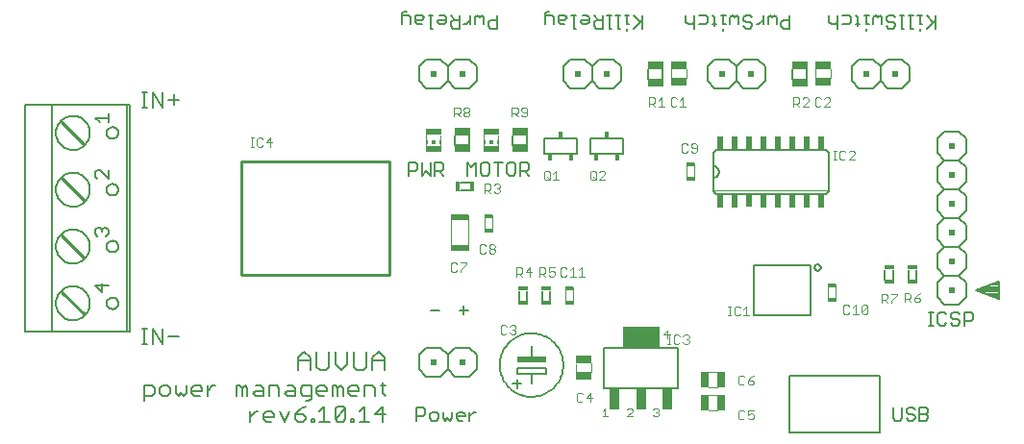
<source format=gto>
G75*
%MOIN*%
%OFA0B0*%
%FSLAX24Y24*%
%IPPOS*%
%LPD*%
%AMOC8*
5,1,8,0,0,1.08239X$1,22.5*
%
%ADD10C,0.0070*%
%ADD11C,0.0060*%
%ADD12C,0.0050*%
%ADD13C,0.0080*%
%ADD14C,0.0040*%
%ADD15C,0.0020*%
%ADD16R,0.0200X0.0450*%
%ADD17R,0.0200X0.0200*%
%ADD18R,0.0551X0.0256*%
%ADD19R,0.0571X0.0295*%
%ADD20R,0.0180X0.0230*%
%ADD21R,0.1260X0.0730*%
%ADD22R,0.0340X0.0730*%
%ADD23R,0.1000X0.0200*%
%ADD24R,0.0295X0.0571*%
%ADD25C,0.0100*%
%ADD26R,0.0630X0.0197*%
%ADD27R,0.0160X0.0340*%
%ADD28R,0.0315X0.0138*%
%ADD29R,0.0340X0.0160*%
%ADD30R,0.0059X0.0118*%
%ADD31R,0.0118X0.0118*%
%ADD32R,0.0531X0.0236*%
D10*
X009912Y002915D02*
X009912Y003335D01*
X010122Y003546D01*
X010333Y003335D01*
X010333Y002915D01*
X010557Y003020D02*
X010662Y002915D01*
X010872Y002915D01*
X010977Y003020D01*
X010977Y003546D01*
X011201Y003546D02*
X011201Y003125D01*
X011412Y002915D01*
X011622Y003125D01*
X011622Y003546D01*
X011846Y003546D02*
X011846Y003020D01*
X011951Y002915D01*
X012161Y002915D01*
X012266Y003020D01*
X012266Y003546D01*
X012490Y003335D02*
X012701Y003546D01*
X012911Y003335D01*
X012911Y002915D01*
X012911Y003230D02*
X012490Y003230D01*
X012490Y003335D02*
X012490Y002915D01*
X010557Y003020D02*
X010557Y003546D01*
X010333Y003230D02*
X009912Y003230D01*
D11*
X004567Y002370D02*
X004567Y001830D01*
X004567Y002010D02*
X004837Y002010D01*
X004927Y002100D01*
X004927Y002280D01*
X004837Y002370D01*
X004567Y002370D01*
X005119Y002280D02*
X005119Y002100D01*
X005209Y002010D01*
X005389Y002010D01*
X005479Y002100D01*
X005479Y002280D01*
X005389Y002370D01*
X005209Y002370D01*
X005119Y002280D01*
X005672Y002370D02*
X005672Y002100D01*
X005762Y002010D01*
X005852Y002100D01*
X005942Y002010D01*
X006032Y002100D01*
X006032Y002370D01*
X006224Y002280D02*
X006314Y002370D01*
X006494Y002370D01*
X006584Y002280D01*
X006584Y002190D01*
X006224Y002190D01*
X006224Y002100D02*
X006224Y002280D01*
X006224Y002100D02*
X006314Y002010D01*
X006494Y002010D01*
X006777Y002010D02*
X006777Y002370D01*
X006777Y002190D02*
X006957Y002370D01*
X007047Y002370D01*
X007789Y002370D02*
X007789Y002010D01*
X007970Y002010D02*
X007970Y002280D01*
X008060Y002370D01*
X008150Y002280D01*
X008150Y002010D01*
X008342Y002100D02*
X008432Y002190D01*
X008702Y002190D01*
X008702Y002280D02*
X008702Y002010D01*
X008432Y002010D01*
X008342Y002100D01*
X008612Y002370D02*
X008702Y002280D01*
X008612Y002370D02*
X008432Y002370D01*
X008894Y002370D02*
X009165Y002370D01*
X009255Y002280D01*
X009255Y002010D01*
X009447Y002100D02*
X009537Y002190D01*
X009807Y002190D01*
X009807Y002280D02*
X009807Y002010D01*
X009537Y002010D01*
X009447Y002100D01*
X009717Y002370D02*
X009807Y002280D01*
X009717Y002370D02*
X009537Y002370D01*
X009999Y002280D02*
X009999Y002100D01*
X010089Y002010D01*
X010360Y002010D01*
X010360Y001920D02*
X010360Y002370D01*
X010089Y002370D01*
X009999Y002280D01*
X010179Y001830D02*
X010270Y001830D01*
X010360Y001920D01*
X010552Y002100D02*
X010552Y002280D01*
X010642Y002370D01*
X010822Y002370D01*
X010912Y002280D01*
X010912Y002190D01*
X010552Y002190D01*
X010552Y002100D02*
X010642Y002010D01*
X010822Y002010D01*
X011104Y002010D02*
X011104Y002370D01*
X011194Y002370D01*
X011284Y002280D01*
X011374Y002370D01*
X011465Y002280D01*
X011465Y002010D01*
X011284Y002010D02*
X011284Y002280D01*
X011657Y002280D02*
X011657Y002100D01*
X011747Y002010D01*
X011927Y002010D01*
X012017Y002190D02*
X011657Y002190D01*
X011657Y002280D02*
X011747Y002370D01*
X011927Y002370D01*
X012017Y002280D01*
X012017Y002190D01*
X012209Y002010D02*
X012209Y002370D01*
X012479Y002370D01*
X012570Y002280D01*
X012570Y002010D01*
X012852Y002100D02*
X012942Y002010D01*
X012852Y002100D02*
X012852Y002460D01*
X012762Y002370D02*
X012942Y002370D01*
X014100Y002930D02*
X014100Y003430D01*
X014350Y003680D01*
X014850Y003680D01*
X015100Y003430D01*
X015350Y003680D01*
X015850Y003680D01*
X016100Y003430D01*
X016100Y002930D01*
X015850Y002680D01*
X015350Y002680D01*
X015100Y002930D01*
X014850Y002680D01*
X014350Y002680D01*
X014100Y002930D01*
X015100Y002930D02*
X015100Y003430D01*
X017500Y002980D02*
X017500Y002780D01*
X018000Y002780D01*
X018500Y002780D01*
X018500Y002980D01*
X017500Y002980D01*
X016900Y003080D02*
X016902Y003146D01*
X016908Y003211D01*
X016918Y003276D01*
X016931Y003341D01*
X016949Y003404D01*
X016970Y003467D01*
X016995Y003527D01*
X017024Y003587D01*
X017056Y003644D01*
X017091Y003700D01*
X017130Y003753D01*
X017172Y003804D01*
X017216Y003852D01*
X017264Y003897D01*
X017314Y003940D01*
X017367Y003979D01*
X017422Y004016D01*
X017479Y004049D01*
X017538Y004078D01*
X017598Y004104D01*
X017660Y004126D01*
X017723Y004145D01*
X017787Y004159D01*
X017852Y004170D01*
X017918Y004177D01*
X017984Y004180D01*
X018049Y004179D01*
X018115Y004174D01*
X018180Y004165D01*
X018245Y004152D01*
X018308Y004136D01*
X018371Y004116D01*
X018432Y004091D01*
X018492Y004064D01*
X018550Y004033D01*
X018606Y003998D01*
X018660Y003960D01*
X018711Y003919D01*
X018760Y003875D01*
X018806Y003828D01*
X018850Y003779D01*
X018890Y003727D01*
X018927Y003672D01*
X018961Y003616D01*
X018991Y003557D01*
X019018Y003497D01*
X019041Y003436D01*
X019060Y003373D01*
X019076Y003309D01*
X019088Y003244D01*
X019096Y003179D01*
X019100Y003113D01*
X019100Y003047D01*
X019096Y002981D01*
X019088Y002916D01*
X019076Y002851D01*
X019060Y002787D01*
X019041Y002724D01*
X019018Y002663D01*
X018991Y002603D01*
X018961Y002544D01*
X018927Y002488D01*
X018890Y002433D01*
X018850Y002381D01*
X018806Y002332D01*
X018760Y002285D01*
X018711Y002241D01*
X018660Y002200D01*
X018606Y002162D01*
X018550Y002127D01*
X018492Y002096D01*
X018432Y002069D01*
X018371Y002044D01*
X018308Y002024D01*
X018245Y002008D01*
X018180Y001995D01*
X018115Y001986D01*
X018049Y001981D01*
X017984Y001980D01*
X017918Y001983D01*
X017852Y001990D01*
X017787Y002001D01*
X017723Y002015D01*
X017660Y002034D01*
X017598Y002056D01*
X017538Y002082D01*
X017479Y002111D01*
X017422Y002144D01*
X017367Y002181D01*
X017314Y002220D01*
X017264Y002263D01*
X017216Y002308D01*
X017172Y002356D01*
X017130Y002407D01*
X017091Y002460D01*
X017056Y002516D01*
X017024Y002573D01*
X016995Y002633D01*
X016970Y002693D01*
X016949Y002756D01*
X016931Y002819D01*
X016918Y002884D01*
X016908Y002949D01*
X016902Y003014D01*
X016900Y003080D01*
X017500Y002580D02*
X017500Y002430D01*
X017350Y002430D01*
X017500Y002430D02*
X017650Y002430D01*
X017500Y002430D02*
X017500Y002280D01*
X018000Y002430D02*
X018000Y002780D01*
X018000Y003330D02*
X018000Y003730D01*
X017840Y005310D02*
X017840Y005650D01*
X017560Y005650D02*
X017560Y005310D01*
X018360Y005310D02*
X018360Y005650D01*
X018640Y005650D02*
X018640Y005310D01*
X012848Y001650D02*
X012578Y001380D01*
X012938Y001380D01*
X012848Y001110D02*
X012848Y001650D01*
X012205Y001650D02*
X012205Y001110D01*
X012025Y001110D02*
X012385Y001110D01*
X011839Y001110D02*
X011839Y001200D01*
X011749Y001200D01*
X011749Y001110D01*
X011839Y001110D01*
X011557Y001200D02*
X011467Y001110D01*
X011286Y001110D01*
X011196Y001200D01*
X011557Y001560D01*
X011557Y001200D01*
X011196Y001200D02*
X011196Y001560D01*
X011286Y001650D01*
X011467Y001650D01*
X011557Y001560D01*
X012025Y001470D02*
X012205Y001650D01*
X011004Y001110D02*
X010644Y001110D01*
X010824Y001110D02*
X010824Y001650D01*
X010644Y001470D01*
X010458Y001200D02*
X010368Y001200D01*
X010368Y001110D01*
X010458Y001110D01*
X010458Y001200D01*
X010175Y001200D02*
X010085Y001110D01*
X009905Y001110D01*
X009815Y001200D01*
X009815Y001380D01*
X010085Y001380D01*
X010175Y001290D01*
X010175Y001200D01*
X009995Y001560D02*
X009815Y001380D01*
X009623Y001470D02*
X009443Y001110D01*
X009263Y001470D01*
X009071Y001380D02*
X009071Y001290D01*
X008710Y001290D01*
X008710Y001200D02*
X008710Y001380D01*
X008800Y001470D01*
X008980Y001470D01*
X009071Y001380D01*
X008800Y001110D02*
X008710Y001200D01*
X008800Y001110D02*
X008980Y001110D01*
X008520Y001470D02*
X008430Y001470D01*
X008250Y001290D01*
X008250Y001110D02*
X008250Y001470D01*
X008894Y002010D02*
X008894Y002370D01*
X007970Y002280D02*
X007880Y002370D01*
X007789Y002370D01*
X009995Y001560D02*
X010175Y001650D01*
X005774Y004080D02*
X005414Y004080D01*
X005222Y003810D02*
X005222Y004350D01*
X004862Y004350D02*
X005222Y003810D01*
X004862Y003810D02*
X004862Y004350D01*
X004674Y004350D02*
X004493Y004350D01*
X004583Y004350D02*
X004583Y003810D01*
X004493Y003810D02*
X004674Y003810D01*
X004070Y004243D02*
X004070Y012113D01*
X003990Y012113D01*
X003990Y004243D01*
X001390Y004243D01*
X000450Y004243D01*
X000450Y012113D01*
X001390Y012113D01*
X003990Y012113D01*
X004493Y012010D02*
X004674Y012010D01*
X004583Y012010D02*
X004583Y012550D01*
X004493Y012550D02*
X004674Y012550D01*
X004862Y012550D02*
X005222Y012010D01*
X005222Y012550D01*
X005414Y012280D02*
X005774Y012280D01*
X005594Y012460D02*
X005594Y012100D01*
X004862Y012010D02*
X004862Y012550D01*
X003270Y011133D02*
X003272Y011161D01*
X003278Y011188D01*
X003287Y011214D01*
X003300Y011239D01*
X003317Y011262D01*
X003336Y011282D01*
X003358Y011299D01*
X003382Y011313D01*
X003408Y011323D01*
X003435Y011330D01*
X003463Y011333D01*
X003491Y011332D01*
X003518Y011327D01*
X003545Y011318D01*
X003570Y011306D01*
X003593Y011291D01*
X003614Y011272D01*
X003632Y011251D01*
X003647Y011227D01*
X003658Y011201D01*
X003666Y011175D01*
X003670Y011147D01*
X003670Y011119D01*
X003666Y011091D01*
X003658Y011065D01*
X003647Y011039D01*
X003632Y011015D01*
X003614Y010994D01*
X003593Y010975D01*
X003570Y010960D01*
X003545Y010948D01*
X003518Y010939D01*
X003491Y010934D01*
X003463Y010933D01*
X003435Y010936D01*
X003408Y010943D01*
X003382Y010953D01*
X003358Y010967D01*
X003336Y010984D01*
X003317Y011004D01*
X003300Y011027D01*
X003287Y011052D01*
X003278Y011078D01*
X003272Y011105D01*
X003270Y011133D01*
X001510Y011133D02*
X001512Y011181D01*
X001518Y011229D01*
X001528Y011276D01*
X001541Y011322D01*
X001558Y011367D01*
X001579Y011410D01*
X001604Y011452D01*
X001631Y011491D01*
X001662Y011528D01*
X001696Y011563D01*
X001732Y011594D01*
X001771Y011623D01*
X001812Y011648D01*
X001855Y011670D01*
X001899Y011688D01*
X001945Y011702D01*
X001992Y011713D01*
X002040Y011720D01*
X002088Y011723D01*
X002136Y011722D01*
X002184Y011717D01*
X002231Y011708D01*
X002278Y011696D01*
X002323Y011679D01*
X002367Y011659D01*
X002409Y011636D01*
X002449Y011609D01*
X002486Y011579D01*
X002521Y011546D01*
X002554Y011510D01*
X002583Y011472D01*
X002609Y011431D01*
X002632Y011389D01*
X002651Y011345D01*
X002666Y011299D01*
X002678Y011253D01*
X002686Y011205D01*
X002690Y011157D01*
X002690Y011109D01*
X002686Y011061D01*
X002678Y011013D01*
X002666Y010967D01*
X002651Y010921D01*
X002632Y010877D01*
X002609Y010835D01*
X002583Y010794D01*
X002554Y010756D01*
X002521Y010720D01*
X002486Y010687D01*
X002449Y010657D01*
X002409Y010630D01*
X002367Y010607D01*
X002323Y010587D01*
X002278Y010570D01*
X002231Y010558D01*
X002184Y010549D01*
X002136Y010544D01*
X002088Y010543D01*
X002040Y010546D01*
X001992Y010553D01*
X001945Y010564D01*
X001899Y010578D01*
X001855Y010596D01*
X001812Y010618D01*
X001771Y010643D01*
X001732Y010672D01*
X001696Y010703D01*
X001662Y010738D01*
X001631Y010775D01*
X001604Y010814D01*
X001579Y010856D01*
X001558Y010899D01*
X001541Y010944D01*
X001528Y010990D01*
X001518Y011037D01*
X001512Y011085D01*
X001510Y011133D01*
X001390Y011483D02*
X001390Y010783D01*
X001390Y009513D01*
X001390Y008813D01*
X001390Y007543D01*
X001390Y006843D01*
X001390Y005573D01*
X001390Y004873D01*
X001390Y004243D01*
X001510Y005223D02*
X001512Y005271D01*
X001518Y005319D01*
X001528Y005366D01*
X001541Y005412D01*
X001558Y005457D01*
X001579Y005500D01*
X001604Y005542D01*
X001631Y005581D01*
X001662Y005618D01*
X001696Y005653D01*
X001732Y005684D01*
X001771Y005713D01*
X001812Y005738D01*
X001855Y005760D01*
X001899Y005778D01*
X001945Y005792D01*
X001992Y005803D01*
X002040Y005810D01*
X002088Y005813D01*
X002136Y005812D01*
X002184Y005807D01*
X002231Y005798D01*
X002278Y005786D01*
X002323Y005769D01*
X002367Y005749D01*
X002409Y005726D01*
X002449Y005699D01*
X002486Y005669D01*
X002521Y005636D01*
X002554Y005600D01*
X002583Y005562D01*
X002609Y005521D01*
X002632Y005479D01*
X002651Y005435D01*
X002666Y005389D01*
X002678Y005343D01*
X002686Y005295D01*
X002690Y005247D01*
X002690Y005199D01*
X002686Y005151D01*
X002678Y005103D01*
X002666Y005057D01*
X002651Y005011D01*
X002632Y004967D01*
X002609Y004925D01*
X002583Y004884D01*
X002554Y004846D01*
X002521Y004810D01*
X002486Y004777D01*
X002449Y004747D01*
X002409Y004720D01*
X002367Y004697D01*
X002323Y004677D01*
X002278Y004660D01*
X002231Y004648D01*
X002184Y004639D01*
X002136Y004634D01*
X002088Y004633D01*
X002040Y004636D01*
X001992Y004643D01*
X001945Y004654D01*
X001899Y004668D01*
X001855Y004686D01*
X001812Y004708D01*
X001771Y004733D01*
X001732Y004762D01*
X001696Y004793D01*
X001662Y004828D01*
X001631Y004865D01*
X001604Y004904D01*
X001579Y004946D01*
X001558Y004989D01*
X001541Y005034D01*
X001528Y005080D01*
X001518Y005127D01*
X001512Y005175D01*
X001510Y005223D01*
X003270Y005223D02*
X003272Y005251D01*
X003278Y005278D01*
X003287Y005304D01*
X003300Y005329D01*
X003317Y005352D01*
X003336Y005372D01*
X003358Y005389D01*
X003382Y005403D01*
X003408Y005413D01*
X003435Y005420D01*
X003463Y005423D01*
X003491Y005422D01*
X003518Y005417D01*
X003545Y005408D01*
X003570Y005396D01*
X003593Y005381D01*
X003614Y005362D01*
X003632Y005341D01*
X003647Y005317D01*
X003658Y005291D01*
X003666Y005265D01*
X003670Y005237D01*
X003670Y005209D01*
X003666Y005181D01*
X003658Y005155D01*
X003647Y005129D01*
X003632Y005105D01*
X003614Y005084D01*
X003593Y005065D01*
X003570Y005050D01*
X003545Y005038D01*
X003518Y005029D01*
X003491Y005024D01*
X003463Y005023D01*
X003435Y005026D01*
X003408Y005033D01*
X003382Y005043D01*
X003358Y005057D01*
X003336Y005074D01*
X003317Y005094D01*
X003300Y005117D01*
X003287Y005142D01*
X003278Y005168D01*
X003272Y005195D01*
X003270Y005223D01*
X003990Y004243D02*
X004070Y004243D01*
X003270Y007193D02*
X003272Y007221D01*
X003278Y007248D01*
X003287Y007274D01*
X003300Y007299D01*
X003317Y007322D01*
X003336Y007342D01*
X003358Y007359D01*
X003382Y007373D01*
X003408Y007383D01*
X003435Y007390D01*
X003463Y007393D01*
X003491Y007392D01*
X003518Y007387D01*
X003545Y007378D01*
X003570Y007366D01*
X003593Y007351D01*
X003614Y007332D01*
X003632Y007311D01*
X003647Y007287D01*
X003658Y007261D01*
X003666Y007235D01*
X003670Y007207D01*
X003670Y007179D01*
X003666Y007151D01*
X003658Y007125D01*
X003647Y007099D01*
X003632Y007075D01*
X003614Y007054D01*
X003593Y007035D01*
X003570Y007020D01*
X003545Y007008D01*
X003518Y006999D01*
X003491Y006994D01*
X003463Y006993D01*
X003435Y006996D01*
X003408Y007003D01*
X003382Y007013D01*
X003358Y007027D01*
X003336Y007044D01*
X003317Y007064D01*
X003300Y007087D01*
X003287Y007112D01*
X003278Y007138D01*
X003272Y007165D01*
X003270Y007193D01*
X001510Y007193D02*
X001512Y007241D01*
X001518Y007289D01*
X001528Y007336D01*
X001541Y007382D01*
X001558Y007427D01*
X001579Y007470D01*
X001604Y007512D01*
X001631Y007551D01*
X001662Y007588D01*
X001696Y007623D01*
X001732Y007654D01*
X001771Y007683D01*
X001812Y007708D01*
X001855Y007730D01*
X001899Y007748D01*
X001945Y007762D01*
X001992Y007773D01*
X002040Y007780D01*
X002088Y007783D01*
X002136Y007782D01*
X002184Y007777D01*
X002231Y007768D01*
X002278Y007756D01*
X002323Y007739D01*
X002367Y007719D01*
X002409Y007696D01*
X002449Y007669D01*
X002486Y007639D01*
X002521Y007606D01*
X002554Y007570D01*
X002583Y007532D01*
X002609Y007491D01*
X002632Y007449D01*
X002651Y007405D01*
X002666Y007359D01*
X002678Y007313D01*
X002686Y007265D01*
X002690Y007217D01*
X002690Y007169D01*
X002686Y007121D01*
X002678Y007073D01*
X002666Y007027D01*
X002651Y006981D01*
X002632Y006937D01*
X002609Y006895D01*
X002583Y006854D01*
X002554Y006816D01*
X002521Y006780D01*
X002486Y006747D01*
X002449Y006717D01*
X002409Y006690D01*
X002367Y006667D01*
X002323Y006647D01*
X002278Y006630D01*
X002231Y006618D01*
X002184Y006609D01*
X002136Y006604D01*
X002088Y006603D01*
X002040Y006606D01*
X001992Y006613D01*
X001945Y006624D01*
X001899Y006638D01*
X001855Y006656D01*
X001812Y006678D01*
X001771Y006703D01*
X001732Y006732D01*
X001696Y006763D01*
X001662Y006798D01*
X001631Y006835D01*
X001604Y006874D01*
X001579Y006916D01*
X001558Y006959D01*
X001541Y007004D01*
X001528Y007050D01*
X001518Y007097D01*
X001512Y007145D01*
X001510Y007193D01*
X001510Y009163D02*
X001512Y009211D01*
X001518Y009259D01*
X001528Y009306D01*
X001541Y009352D01*
X001558Y009397D01*
X001579Y009440D01*
X001604Y009482D01*
X001631Y009521D01*
X001662Y009558D01*
X001696Y009593D01*
X001732Y009624D01*
X001771Y009653D01*
X001812Y009678D01*
X001855Y009700D01*
X001899Y009718D01*
X001945Y009732D01*
X001992Y009743D01*
X002040Y009750D01*
X002088Y009753D01*
X002136Y009752D01*
X002184Y009747D01*
X002231Y009738D01*
X002278Y009726D01*
X002323Y009709D01*
X002367Y009689D01*
X002409Y009666D01*
X002449Y009639D01*
X002486Y009609D01*
X002521Y009576D01*
X002554Y009540D01*
X002583Y009502D01*
X002609Y009461D01*
X002632Y009419D01*
X002651Y009375D01*
X002666Y009329D01*
X002678Y009283D01*
X002686Y009235D01*
X002690Y009187D01*
X002690Y009139D01*
X002686Y009091D01*
X002678Y009043D01*
X002666Y008997D01*
X002651Y008951D01*
X002632Y008907D01*
X002609Y008865D01*
X002583Y008824D01*
X002554Y008786D01*
X002521Y008750D01*
X002486Y008717D01*
X002449Y008687D01*
X002409Y008660D01*
X002367Y008637D01*
X002323Y008617D01*
X002278Y008600D01*
X002231Y008588D01*
X002184Y008579D01*
X002136Y008574D01*
X002088Y008573D01*
X002040Y008576D01*
X001992Y008583D01*
X001945Y008594D01*
X001899Y008608D01*
X001855Y008626D01*
X001812Y008648D01*
X001771Y008673D01*
X001732Y008702D01*
X001696Y008733D01*
X001662Y008768D01*
X001631Y008805D01*
X001604Y008844D01*
X001579Y008886D01*
X001558Y008929D01*
X001541Y008974D01*
X001528Y009020D01*
X001518Y009067D01*
X001512Y009115D01*
X001510Y009163D01*
X003270Y009163D02*
X003272Y009191D01*
X003278Y009218D01*
X003287Y009244D01*
X003300Y009269D01*
X003317Y009292D01*
X003336Y009312D01*
X003358Y009329D01*
X003382Y009343D01*
X003408Y009353D01*
X003435Y009360D01*
X003463Y009363D01*
X003491Y009362D01*
X003518Y009357D01*
X003545Y009348D01*
X003570Y009336D01*
X003593Y009321D01*
X003614Y009302D01*
X003632Y009281D01*
X003647Y009257D01*
X003658Y009231D01*
X003666Y009205D01*
X003670Y009177D01*
X003670Y009149D01*
X003666Y009121D01*
X003658Y009095D01*
X003647Y009069D01*
X003632Y009045D01*
X003614Y009024D01*
X003593Y009005D01*
X003570Y008990D01*
X003545Y008978D01*
X003518Y008969D01*
X003491Y008964D01*
X003463Y008963D01*
X003435Y008966D01*
X003408Y008973D01*
X003382Y008983D01*
X003358Y008997D01*
X003336Y009014D01*
X003317Y009034D01*
X003300Y009057D01*
X003287Y009082D01*
X003278Y009108D01*
X003272Y009135D01*
X003270Y009163D01*
X001390Y011483D02*
X001390Y012113D01*
X014100Y012930D02*
X014350Y012680D01*
X014850Y012680D01*
X015100Y012930D01*
X015350Y012680D01*
X015850Y012680D01*
X016100Y012930D01*
X016100Y013430D01*
X015850Y013680D01*
X015350Y013680D01*
X015100Y013430D01*
X015100Y012930D01*
X015100Y013430D02*
X014850Y013680D01*
X014350Y013680D01*
X014100Y013430D01*
X014100Y012930D01*
X015350Y011041D02*
X015350Y010719D01*
X015850Y010719D02*
X015850Y011041D01*
X017350Y011041D02*
X017350Y010719D01*
X017850Y010719D02*
X017850Y011041D01*
X018440Y010940D02*
X019560Y010940D01*
X019560Y010420D01*
X018440Y010420D01*
X018440Y010940D01*
X020040Y010940D02*
X020040Y010420D01*
X021160Y010420D01*
X021160Y010940D01*
X020040Y010940D01*
X019850Y012680D02*
X019350Y012680D01*
X019100Y012930D01*
X019100Y013430D01*
X019350Y013680D01*
X019850Y013680D01*
X020100Y013430D01*
X020350Y013680D01*
X020850Y013680D01*
X021100Y013430D01*
X021100Y012930D01*
X020850Y012680D01*
X020350Y012680D01*
X020100Y012930D01*
X019850Y012680D01*
X020100Y012930D02*
X020100Y013430D01*
X022050Y013341D02*
X022050Y013019D01*
X022550Y013019D02*
X022550Y013341D01*
X024100Y013430D02*
X024100Y012930D01*
X024350Y012680D01*
X024850Y012680D01*
X025100Y012930D01*
X025350Y012680D01*
X025850Y012680D01*
X026100Y012930D01*
X026100Y013430D01*
X025850Y013680D01*
X025350Y013680D01*
X025100Y013430D01*
X025100Y012930D01*
X025100Y013430D02*
X024850Y013680D01*
X024350Y013680D01*
X024100Y013430D01*
X027050Y013341D02*
X027050Y013019D01*
X027550Y013019D02*
X027550Y013341D01*
X029100Y013430D02*
X029100Y012930D01*
X029350Y012680D01*
X029850Y012680D01*
X030100Y012930D01*
X030350Y012680D01*
X030850Y012680D01*
X031100Y012930D01*
X031100Y013430D01*
X030850Y013680D01*
X030350Y013680D01*
X030100Y013430D01*
X030100Y012930D01*
X030100Y013430D02*
X029850Y013680D01*
X029350Y013680D01*
X029100Y013430D01*
X032060Y010937D02*
X032310Y011187D01*
X032810Y011187D01*
X033060Y010937D01*
X033060Y010437D01*
X032810Y010187D01*
X033060Y009937D01*
X033060Y009437D01*
X032810Y009187D01*
X033060Y008937D01*
X033060Y008437D01*
X032810Y008187D01*
X033060Y007937D01*
X033060Y007437D01*
X032810Y007187D01*
X033060Y006937D01*
X033060Y006437D01*
X032810Y006187D01*
X033060Y005937D01*
X033060Y005437D01*
X032810Y005187D01*
X032310Y005187D01*
X032060Y005437D01*
X032060Y005937D01*
X032310Y006187D01*
X032060Y006437D01*
X032060Y006937D01*
X032310Y007187D01*
X032810Y007187D01*
X032310Y007187D02*
X032060Y007437D01*
X032060Y007937D01*
X032310Y008187D01*
X032060Y008437D01*
X032060Y008937D01*
X032310Y009187D01*
X032060Y009437D01*
X032060Y009937D01*
X032310Y010187D01*
X032060Y010437D01*
X032060Y010937D01*
X032310Y010187D02*
X032810Y010187D01*
X032810Y009187D02*
X032310Y009187D01*
X032310Y008187D02*
X032810Y008187D01*
X031354Y006385D02*
X031354Y006045D01*
X031073Y006045D02*
X031073Y006385D01*
X030536Y006385D02*
X030536Y006045D01*
X030256Y006045D02*
X030256Y006385D01*
X032310Y006187D02*
X032810Y006187D01*
X028300Y009160D02*
X028300Y010400D01*
X028298Y010423D01*
X028293Y010446D01*
X028284Y010468D01*
X028271Y010488D01*
X028256Y010506D01*
X028238Y010521D01*
X028218Y010534D01*
X028196Y010543D01*
X028173Y010548D01*
X028150Y010550D01*
X024450Y010550D01*
X024427Y010548D01*
X024404Y010543D01*
X024382Y010534D01*
X024362Y010521D01*
X024344Y010506D01*
X024329Y010488D01*
X024316Y010468D01*
X024307Y010446D01*
X024302Y010423D01*
X024300Y010400D01*
X024300Y009980D01*
X024300Y009580D01*
X024300Y009160D01*
X024302Y009137D01*
X024307Y009114D01*
X024316Y009092D01*
X024329Y009072D01*
X024344Y009054D01*
X024362Y009039D01*
X024382Y009026D01*
X024404Y009017D01*
X024427Y009012D01*
X024450Y009010D01*
X028150Y009010D01*
X028173Y009012D01*
X028196Y009017D01*
X028218Y009026D01*
X028238Y009039D01*
X028256Y009054D01*
X028271Y009072D01*
X028284Y009092D01*
X028293Y009114D01*
X028298Y009137D01*
X028300Y009160D01*
X024300Y009580D02*
X024327Y009582D01*
X024354Y009587D01*
X024380Y009597D01*
X024404Y009609D01*
X024426Y009625D01*
X024446Y009643D01*
X024463Y009665D01*
X024478Y009688D01*
X024488Y009713D01*
X024496Y009739D01*
X024500Y009766D01*
X024500Y009794D01*
X024496Y009821D01*
X024488Y009847D01*
X024478Y009872D01*
X024463Y009895D01*
X024446Y009917D01*
X024426Y009935D01*
X024404Y009951D01*
X024380Y009963D01*
X024354Y009973D01*
X024327Y009978D01*
X024300Y009980D01*
X015870Y009420D02*
X015530Y009420D01*
X015530Y009140D02*
X015870Y009140D01*
D12*
X015774Y009655D02*
X015774Y010105D01*
X015924Y009955D01*
X016074Y010105D01*
X016074Y009655D01*
X016234Y009730D02*
X016309Y009655D01*
X016460Y009655D01*
X016535Y009730D01*
X016535Y010030D01*
X016460Y010105D01*
X016309Y010105D01*
X016234Y010030D01*
X016234Y009730D01*
X016695Y010105D02*
X016995Y010105D01*
X016845Y010105D02*
X016845Y009655D01*
X017155Y009730D02*
X017230Y009655D01*
X017380Y009655D01*
X017455Y009730D01*
X017455Y010030D01*
X017380Y010105D01*
X017230Y010105D01*
X017155Y010030D01*
X017155Y009730D01*
X017616Y009655D02*
X017616Y010105D01*
X017841Y010105D01*
X017916Y010030D01*
X017916Y009880D01*
X017841Y009805D01*
X017616Y009805D01*
X017766Y009805D02*
X017916Y009655D01*
X014955Y009655D02*
X014805Y009805D01*
X014880Y009805D02*
X014655Y009805D01*
X014655Y009655D02*
X014655Y010105D01*
X014880Y010105D01*
X014955Y010030D01*
X014955Y009880D01*
X014880Y009805D01*
X014495Y009655D02*
X014495Y010105D01*
X014195Y010105D02*
X014195Y009655D01*
X014345Y009805D01*
X014495Y009655D01*
X014035Y009880D02*
X013960Y009805D01*
X013734Y009805D01*
X013734Y009655D02*
X013734Y010105D01*
X013960Y010105D01*
X014035Y010030D01*
X014035Y009880D01*
X015645Y005130D02*
X015645Y004830D01*
X015495Y004980D02*
X015795Y004980D01*
X014795Y004980D02*
X014495Y004980D01*
X014238Y001605D02*
X014313Y001530D01*
X014313Y001380D01*
X014238Y001305D01*
X014012Y001305D01*
X014012Y001155D02*
X014012Y001605D01*
X014238Y001605D01*
X014473Y001380D02*
X014473Y001230D01*
X014548Y001155D01*
X014698Y001155D01*
X014773Y001230D01*
X014773Y001380D01*
X014698Y001455D01*
X014548Y001455D01*
X014473Y001380D01*
X014933Y001455D02*
X014933Y001230D01*
X015008Y001155D01*
X015083Y001230D01*
X015158Y001155D01*
X015233Y001230D01*
X015233Y001455D01*
X015394Y001380D02*
X015394Y001230D01*
X015469Y001155D01*
X015619Y001155D01*
X015694Y001305D02*
X015394Y001305D01*
X015394Y001380D02*
X015469Y001455D01*
X015619Y001455D01*
X015694Y001380D01*
X015694Y001305D01*
X015854Y001305D02*
X016004Y001455D01*
X016079Y001455D01*
X015854Y001455D02*
X015854Y001155D01*
X025716Y004814D02*
X025716Y006546D01*
X027684Y006546D01*
X027684Y004814D01*
X025716Y004814D01*
X027809Y006467D02*
X027811Y006487D01*
X027816Y006507D01*
X027826Y006525D01*
X027838Y006542D01*
X027853Y006556D01*
X027871Y006566D01*
X027890Y006574D01*
X027910Y006578D01*
X027930Y006578D01*
X027950Y006574D01*
X027969Y006566D01*
X027987Y006556D01*
X028002Y006542D01*
X028014Y006525D01*
X028024Y006507D01*
X028029Y006487D01*
X028031Y006467D01*
X028029Y006447D01*
X028024Y006427D01*
X028014Y006409D01*
X028002Y006392D01*
X027987Y006378D01*
X027969Y006368D01*
X027950Y006360D01*
X027930Y006356D01*
X027910Y006356D01*
X027890Y006360D01*
X027871Y006368D01*
X027853Y006378D01*
X027838Y006392D01*
X027826Y006409D01*
X027816Y006427D01*
X027811Y006447D01*
X027809Y006467D01*
X031781Y004905D02*
X031931Y004905D01*
X031856Y004905D02*
X031856Y004455D01*
X031781Y004455D02*
X031931Y004455D01*
X032088Y004530D02*
X032163Y004455D01*
X032313Y004455D01*
X032388Y004530D01*
X032548Y004530D02*
X032623Y004455D01*
X032773Y004455D01*
X032849Y004530D01*
X032849Y004605D01*
X032773Y004680D01*
X032623Y004680D01*
X032548Y004755D01*
X032548Y004830D01*
X032623Y004905D01*
X032773Y004905D01*
X032849Y004830D01*
X033009Y004905D02*
X033234Y004905D01*
X033309Y004830D01*
X033309Y004680D01*
X033234Y004605D01*
X033009Y004605D01*
X033009Y004455D02*
X033009Y004905D01*
X032388Y004830D02*
X032313Y004905D01*
X032163Y004905D01*
X032088Y004830D01*
X032088Y004530D01*
X030075Y002702D02*
X030075Y000734D01*
X026925Y000734D01*
X026925Y002702D01*
X030075Y002702D01*
X030534Y001605D02*
X030534Y001230D01*
X030609Y001155D01*
X030760Y001155D01*
X030835Y001230D01*
X030835Y001605D01*
X030995Y001530D02*
X030995Y001455D01*
X031070Y001380D01*
X031220Y001380D01*
X031295Y001305D01*
X031295Y001230D01*
X031220Y001155D01*
X031070Y001155D01*
X030995Y001230D01*
X031455Y001155D02*
X031680Y001155D01*
X031755Y001230D01*
X031755Y001305D01*
X031680Y001380D01*
X031455Y001380D01*
X031295Y001530D02*
X031220Y001605D01*
X031070Y001605D01*
X030995Y001530D01*
X031455Y001605D02*
X031680Y001605D01*
X031755Y001530D01*
X031755Y001455D01*
X031680Y001380D01*
X031455Y001155D02*
X031455Y001605D01*
X003325Y005833D02*
X002875Y005833D01*
X003100Y005607D01*
X003100Y005908D01*
X003250Y007557D02*
X003325Y007632D01*
X003325Y007783D01*
X003250Y007858D01*
X003175Y007858D01*
X003100Y007783D01*
X003100Y007707D01*
X003100Y007783D02*
X003025Y007858D01*
X002950Y007858D01*
X002875Y007783D01*
X002875Y007632D01*
X002950Y007557D01*
X002950Y009547D02*
X002875Y009622D01*
X002875Y009773D01*
X002950Y009848D01*
X003025Y009848D01*
X003325Y009547D01*
X003325Y009848D01*
X003325Y011497D02*
X003325Y011798D01*
X003325Y011647D02*
X002875Y011647D01*
X003025Y011497D01*
X013509Y014905D02*
X013509Y015280D01*
X013584Y015355D01*
X013659Y015355D01*
X013734Y015205D02*
X013509Y015205D01*
X013734Y015205D02*
X013809Y015130D01*
X013809Y014905D01*
X013969Y014980D02*
X013969Y015205D01*
X014194Y015205D01*
X014269Y015130D01*
X014194Y015055D01*
X013969Y015055D01*
X013969Y014980D02*
X014044Y014905D01*
X014194Y014905D01*
X014501Y014755D02*
X014501Y015205D01*
X014576Y015205D02*
X014426Y015205D01*
X014736Y015055D02*
X014736Y014980D01*
X014811Y014905D01*
X014962Y014905D01*
X015037Y014980D01*
X015037Y015130D01*
X014962Y015205D01*
X014811Y015205D01*
X014736Y015055D02*
X015037Y015055D01*
X015197Y014980D02*
X015272Y015055D01*
X015497Y015055D01*
X015497Y015205D02*
X015497Y014755D01*
X015272Y014755D01*
X015197Y014830D01*
X015197Y014980D01*
X015347Y015055D02*
X015197Y015205D01*
X015655Y014905D02*
X015731Y014905D01*
X015881Y015055D01*
X015881Y015205D02*
X015881Y014905D01*
X016041Y014905D02*
X016041Y015130D01*
X016116Y015205D01*
X016191Y015130D01*
X016266Y015205D01*
X016341Y015130D01*
X016341Y014905D01*
X016501Y014830D02*
X016501Y014980D01*
X016576Y015055D01*
X016801Y015055D01*
X016801Y015205D02*
X016801Y014755D01*
X016576Y014755D01*
X016501Y014830D01*
X018470Y014905D02*
X018470Y015280D01*
X018545Y015355D01*
X018620Y015355D01*
X018695Y015205D02*
X018470Y015205D01*
X018695Y015205D02*
X018771Y015130D01*
X018771Y014905D01*
X018931Y014980D02*
X018931Y015205D01*
X019156Y015205D01*
X019231Y015130D01*
X019156Y015055D01*
X018931Y015055D01*
X018931Y014980D02*
X019006Y014905D01*
X019156Y014905D01*
X019463Y014755D02*
X019463Y015205D01*
X019538Y015205D02*
X019388Y015205D01*
X019698Y015055D02*
X019698Y014980D01*
X019773Y014905D01*
X019923Y014905D01*
X019998Y014980D01*
X019998Y015130D01*
X019923Y015205D01*
X019773Y015205D01*
X019698Y015055D02*
X019998Y015055D01*
X020158Y014980D02*
X020233Y015055D01*
X020459Y015055D01*
X020459Y015205D02*
X020459Y014755D01*
X020233Y014755D01*
X020158Y014830D01*
X020158Y014980D01*
X020309Y015055D02*
X020158Y015205D01*
X020615Y015205D02*
X020766Y015205D01*
X020691Y015205D02*
X020691Y014755D01*
X020766Y014755D01*
X020997Y014755D02*
X020997Y015205D01*
X020922Y015205D02*
X021073Y015205D01*
X021229Y015205D02*
X021379Y015205D01*
X021304Y015205D02*
X021304Y014905D01*
X021379Y014905D01*
X021304Y014755D02*
X021304Y014680D01*
X021073Y014755D02*
X020997Y014755D01*
X021540Y014755D02*
X021840Y015055D01*
X021765Y014980D02*
X021540Y015205D01*
X021840Y015205D02*
X021840Y014755D01*
X023355Y014980D02*
X023355Y015205D01*
X023355Y014980D02*
X023430Y014905D01*
X023580Y014905D01*
X023655Y014980D01*
X023816Y014905D02*
X024041Y014905D01*
X024116Y014980D01*
X024116Y015130D01*
X024041Y015205D01*
X023816Y015205D01*
X023655Y015205D02*
X023655Y014755D01*
X024273Y014905D02*
X024423Y014905D01*
X024348Y014830D02*
X024348Y015130D01*
X024273Y015205D01*
X024580Y015205D02*
X024730Y015205D01*
X024655Y015205D02*
X024655Y014905D01*
X024730Y014905D01*
X024890Y014905D02*
X024890Y015130D01*
X024965Y015205D01*
X025040Y015130D01*
X025115Y015205D01*
X025190Y015130D01*
X025190Y014905D01*
X025350Y014830D02*
X025425Y014755D01*
X025575Y014755D01*
X025650Y014830D01*
X025650Y014905D01*
X025575Y014980D01*
X025425Y014980D01*
X025350Y015055D01*
X025350Y015130D01*
X025425Y015205D01*
X025575Y015205D01*
X025650Y015130D01*
X025809Y014905D02*
X025884Y014905D01*
X026034Y015055D01*
X026034Y015205D02*
X026034Y014905D01*
X026194Y014905D02*
X026194Y015130D01*
X026269Y015205D01*
X026344Y015130D01*
X026419Y015205D01*
X026495Y015130D01*
X026495Y014905D01*
X026655Y014980D02*
X026730Y015055D01*
X026955Y015055D01*
X026955Y015205D02*
X026955Y014755D01*
X026730Y014755D01*
X026655Y014830D01*
X026655Y014980D01*
X028317Y014980D02*
X028317Y015205D01*
X028317Y014980D02*
X028392Y014905D01*
X028542Y014905D01*
X028617Y014980D01*
X028777Y014905D02*
X029002Y014905D01*
X029077Y014980D01*
X029077Y015130D01*
X029002Y015205D01*
X028777Y015205D01*
X028617Y015205D02*
X028617Y014755D01*
X029234Y014905D02*
X029384Y014905D01*
X029309Y014830D02*
X029309Y015130D01*
X029234Y015205D01*
X029541Y015205D02*
X029691Y015205D01*
X029616Y015205D02*
X029616Y014905D01*
X029691Y014905D01*
X029851Y014905D02*
X029851Y015130D01*
X029927Y015205D01*
X030002Y015130D01*
X030077Y015205D01*
X030152Y015130D01*
X030152Y014905D01*
X030312Y014830D02*
X030387Y014755D01*
X030537Y014755D01*
X030612Y014830D01*
X030612Y014905D01*
X030537Y014980D01*
X030387Y014980D01*
X030312Y015055D01*
X030312Y015130D01*
X030387Y015205D01*
X030537Y015205D01*
X030612Y015130D01*
X030769Y015205D02*
X030919Y015205D01*
X030844Y015205D02*
X030844Y014755D01*
X030919Y014755D01*
X031151Y014755D02*
X031151Y015205D01*
X031226Y015205D02*
X031076Y015205D01*
X031383Y015205D02*
X031533Y015205D01*
X031458Y015205D02*
X031458Y014905D01*
X031533Y014905D01*
X031458Y014755D02*
X031458Y014680D01*
X031226Y014755D02*
X031151Y014755D01*
X031693Y014755D02*
X031993Y015055D01*
X031918Y014980D02*
X031693Y015205D01*
X031993Y015205D02*
X031993Y014755D01*
X029616Y014755D02*
X029616Y014680D01*
X024655Y014680D02*
X024655Y014755D01*
X019538Y014755D02*
X019463Y014755D01*
X014576Y014755D02*
X014501Y014755D01*
D13*
X033400Y005680D02*
X034200Y005980D01*
X034200Y005380D01*
X033400Y005680D01*
X033464Y005704D02*
X034200Y005704D01*
X034200Y005626D02*
X033545Y005626D01*
X033673Y005783D02*
X034200Y005783D01*
X034200Y005861D02*
X033883Y005861D01*
X034092Y005940D02*
X034200Y005940D01*
X034200Y005547D02*
X033755Y005547D01*
X033964Y005469D02*
X034200Y005469D01*
X034200Y005390D02*
X034173Y005390D01*
X023090Y003680D02*
X023090Y002280D01*
X020510Y002280D01*
X020510Y003680D01*
X023090Y003680D01*
D14*
X023090Y003820D02*
X023142Y003872D01*
X023090Y003820D02*
X022987Y003820D01*
X022935Y003872D01*
X022935Y004079D01*
X022987Y004130D01*
X023090Y004130D01*
X023142Y004079D01*
X023257Y004079D02*
X023309Y004130D01*
X023412Y004130D01*
X023464Y004079D01*
X023464Y004027D01*
X023412Y003975D01*
X023464Y003923D01*
X023464Y003872D01*
X023412Y003820D01*
X023309Y003820D01*
X023257Y003872D01*
X023361Y003975D02*
X023412Y003975D01*
X022823Y003820D02*
X022720Y003820D01*
X022772Y003820D02*
X022772Y004130D01*
X022757Y004140D02*
X022570Y004140D01*
X022710Y004280D01*
X022710Y004000D01*
X022720Y004130D02*
X022823Y004130D01*
X024811Y004800D02*
X024914Y004800D01*
X024862Y004800D02*
X024862Y005110D01*
X024811Y005110D02*
X024914Y005110D01*
X025025Y005059D02*
X025025Y004852D01*
X025077Y004800D01*
X025181Y004800D01*
X025232Y004852D01*
X025348Y004800D02*
X025555Y004800D01*
X025451Y004800D02*
X025451Y005110D01*
X025348Y005007D01*
X025232Y005059D02*
X025181Y005110D01*
X025077Y005110D01*
X025025Y005059D01*
X028262Y005295D02*
X028262Y005865D01*
X028538Y005865D02*
X028538Y005295D01*
X028805Y005114D02*
X028805Y004908D01*
X028857Y004856D01*
X028960Y004856D01*
X029012Y004908D01*
X029127Y004856D02*
X029334Y004856D01*
X029231Y004856D02*
X029231Y005166D01*
X029127Y005063D01*
X029012Y005114D02*
X028960Y005166D01*
X028857Y005166D01*
X028805Y005114D01*
X029450Y005114D02*
X029450Y004908D01*
X029656Y005114D01*
X029656Y004908D01*
X029605Y004856D01*
X029501Y004856D01*
X029450Y004908D01*
X029450Y005114D02*
X029501Y005166D01*
X029605Y005166D01*
X029656Y005114D01*
X030135Y005246D02*
X030135Y005556D01*
X030290Y005556D01*
X030342Y005505D01*
X030342Y005401D01*
X030290Y005349D01*
X030135Y005349D01*
X030239Y005349D02*
X030342Y005246D01*
X030458Y005246D02*
X030458Y005298D01*
X030664Y005505D01*
X030664Y005556D01*
X030458Y005556D01*
X030935Y005574D02*
X030935Y005263D01*
X030935Y005367D02*
X031090Y005367D01*
X031142Y005419D01*
X031142Y005522D01*
X031090Y005574D01*
X030935Y005574D01*
X031258Y005419D02*
X031413Y005419D01*
X031464Y005367D01*
X031464Y005315D01*
X031413Y005263D01*
X031309Y005263D01*
X031258Y005315D01*
X031258Y005419D01*
X031361Y005522D01*
X031464Y005574D01*
X031142Y005263D02*
X031039Y005367D01*
X025699Y002710D02*
X025596Y002659D01*
X025492Y002555D01*
X025647Y002555D01*
X025699Y002503D01*
X025699Y002452D01*
X025647Y002400D01*
X025544Y002400D01*
X025492Y002452D01*
X025492Y002555D01*
X025377Y002452D02*
X025325Y002400D01*
X025222Y002400D01*
X025170Y002452D01*
X025170Y002659D01*
X025222Y002710D01*
X025325Y002710D01*
X025377Y002659D01*
X024440Y002840D02*
X024150Y002840D01*
X024150Y002320D02*
X024450Y002320D01*
X024440Y002040D02*
X024150Y002040D01*
X024150Y001520D02*
X024450Y001520D01*
X025170Y001459D02*
X025170Y001252D01*
X025222Y001200D01*
X025325Y001200D01*
X025377Y001252D01*
X025492Y001252D02*
X025544Y001200D01*
X025647Y001200D01*
X025699Y001252D01*
X025699Y001355D01*
X025647Y001407D01*
X025596Y001407D01*
X025492Y001355D01*
X025492Y001510D01*
X025699Y001510D01*
X025377Y001459D02*
X025325Y001510D01*
X025222Y001510D01*
X025170Y001459D01*
X022409Y001487D02*
X022362Y001440D01*
X022409Y001393D01*
X022409Y001347D01*
X022362Y001300D01*
X022269Y001300D01*
X022222Y001347D01*
X022315Y001440D02*
X022362Y001440D01*
X022409Y001487D02*
X022409Y001534D01*
X022362Y001580D01*
X022269Y001580D01*
X022222Y001534D01*
X021499Y001530D02*
X021452Y001577D01*
X021359Y001577D01*
X021312Y001530D01*
X021499Y001530D02*
X021499Y001483D01*
X021312Y001296D01*
X021499Y001296D01*
X020648Y001300D02*
X020461Y001300D01*
X020554Y001300D02*
X020554Y001580D01*
X020461Y001487D01*
X020047Y001800D02*
X020047Y002110D01*
X019892Y001955D01*
X020099Y001955D01*
X019777Y001852D02*
X019725Y001800D01*
X019622Y001800D01*
X019570Y001852D01*
X019570Y002059D01*
X019622Y002110D01*
X019725Y002110D01*
X019777Y002059D01*
X019540Y002830D02*
X019540Y003120D01*
X020060Y003130D02*
X020060Y002830D01*
X017455Y004202D02*
X017403Y004150D01*
X017299Y004150D01*
X017248Y004202D01*
X017132Y004202D02*
X017081Y004150D01*
X016977Y004150D01*
X016925Y004202D01*
X016925Y004409D01*
X016977Y004460D01*
X017081Y004460D01*
X017132Y004409D01*
X017248Y004409D02*
X017299Y004460D01*
X017403Y004460D01*
X017455Y004409D01*
X017455Y004357D01*
X017403Y004305D01*
X017455Y004253D01*
X017455Y004202D01*
X017403Y004305D02*
X017351Y004305D01*
X019162Y005195D02*
X019162Y005765D01*
X019438Y005765D02*
X019438Y005195D01*
X019431Y006156D02*
X019431Y006466D01*
X019327Y006363D01*
X019212Y006414D02*
X019160Y006466D01*
X019057Y006466D01*
X019005Y006414D01*
X019005Y006208D01*
X019057Y006156D01*
X019160Y006156D01*
X019212Y006208D01*
X019327Y006156D02*
X019534Y006156D01*
X019650Y006156D02*
X019856Y006156D01*
X019753Y006156D02*
X019753Y006466D01*
X019650Y006363D01*
X018799Y006305D02*
X018799Y006202D01*
X018747Y006150D01*
X018644Y006150D01*
X018592Y006202D01*
X018592Y006305D02*
X018696Y006357D01*
X018747Y006357D01*
X018799Y006305D01*
X018799Y006460D02*
X018592Y006460D01*
X018592Y006305D01*
X018477Y006305D02*
X018425Y006253D01*
X018270Y006253D01*
X018270Y006150D02*
X018270Y006460D01*
X018425Y006460D01*
X018477Y006409D01*
X018477Y006305D01*
X018373Y006253D02*
X018477Y006150D01*
X017999Y006305D02*
X017792Y006305D01*
X017947Y006460D01*
X017947Y006150D01*
X017677Y006150D02*
X017573Y006253D01*
X017625Y006253D02*
X017470Y006253D01*
X017470Y006150D02*
X017470Y006460D01*
X017625Y006460D01*
X017677Y006409D01*
X017677Y006305D01*
X017625Y006253D01*
X016734Y007008D02*
X016682Y006956D01*
X016579Y006956D01*
X016527Y007008D01*
X016527Y007059D01*
X016579Y007111D01*
X016682Y007111D01*
X016734Y007059D01*
X016734Y007008D01*
X016682Y007111D02*
X016734Y007163D01*
X016734Y007214D01*
X016682Y007266D01*
X016579Y007266D01*
X016527Y007214D01*
X016527Y007163D01*
X016579Y007111D01*
X016412Y007008D02*
X016360Y006956D01*
X016257Y006956D01*
X016205Y007008D01*
X016205Y007214D01*
X016257Y007266D01*
X016360Y007266D01*
X016412Y007214D01*
X015795Y007080D02*
X015795Y008280D01*
X016362Y008265D02*
X016362Y007695D01*
X016638Y007695D02*
X016638Y008265D01*
X015205Y008280D02*
X015205Y007080D01*
X015257Y006627D02*
X015205Y006575D01*
X015205Y006369D01*
X015257Y006317D01*
X015361Y006317D01*
X015412Y006369D01*
X015528Y006369D02*
X015528Y006317D01*
X015528Y006369D02*
X015734Y006575D01*
X015734Y006627D01*
X015528Y006627D01*
X015412Y006575D02*
X015361Y006627D01*
X015257Y006627D01*
X016370Y009050D02*
X016370Y009360D01*
X016525Y009360D01*
X016577Y009309D01*
X016577Y009205D01*
X016525Y009153D01*
X016370Y009153D01*
X016473Y009153D02*
X016577Y009050D01*
X016692Y009102D02*
X016744Y009050D01*
X016847Y009050D01*
X016899Y009102D01*
X016899Y009153D01*
X016847Y009205D01*
X016796Y009205D01*
X016847Y009205D02*
X016899Y009257D01*
X016899Y009309D01*
X016847Y009360D01*
X016744Y009360D01*
X016692Y009309D01*
X018425Y009552D02*
X018477Y009500D01*
X018581Y009500D01*
X018632Y009552D01*
X018632Y009759D01*
X018581Y009810D01*
X018477Y009810D01*
X018425Y009759D01*
X018425Y009552D01*
X018529Y009603D02*
X018632Y009500D01*
X018748Y009500D02*
X018955Y009500D01*
X018851Y009500D02*
X018851Y009810D01*
X018748Y009707D01*
X020025Y009759D02*
X020025Y009552D01*
X020077Y009500D01*
X020181Y009500D01*
X020232Y009552D01*
X020232Y009759D01*
X020181Y009810D01*
X020077Y009810D01*
X020025Y009759D01*
X020129Y009603D02*
X020232Y009500D01*
X020348Y009500D02*
X020555Y009707D01*
X020555Y009759D01*
X020503Y009810D01*
X020399Y009810D01*
X020348Y009759D01*
X020348Y009500D02*
X020555Y009500D01*
X023205Y010508D02*
X023205Y010714D01*
X023257Y010766D01*
X023360Y010766D01*
X023412Y010714D01*
X023527Y010714D02*
X023527Y010663D01*
X023579Y010611D01*
X023734Y010611D01*
X023734Y010508D02*
X023734Y010714D01*
X023682Y010766D01*
X023579Y010766D01*
X023527Y010714D01*
X023527Y010508D02*
X023579Y010456D01*
X023682Y010456D01*
X023734Y010508D01*
X023412Y010508D02*
X023360Y010456D01*
X023257Y010456D01*
X023205Y010508D01*
X023362Y010065D02*
X023362Y009495D01*
X023638Y009495D02*
X023638Y010065D01*
X023355Y012050D02*
X023148Y012050D01*
X023251Y012050D02*
X023251Y012360D01*
X023148Y012257D01*
X023032Y012309D02*
X022981Y012360D01*
X022877Y012360D01*
X022825Y012309D01*
X022825Y012102D01*
X022877Y012050D01*
X022981Y012050D01*
X023032Y012102D01*
X022605Y012050D02*
X022398Y012050D01*
X022501Y012050D02*
X022501Y012360D01*
X022398Y012257D01*
X022282Y012309D02*
X022282Y012205D01*
X022231Y012153D01*
X022075Y012153D01*
X022075Y012050D02*
X022075Y012360D01*
X022231Y012360D01*
X022282Y012309D01*
X022179Y012153D02*
X022282Y012050D01*
X022840Y013030D02*
X022840Y013330D01*
X023360Y013330D02*
X023360Y013040D01*
X027075Y012360D02*
X027075Y012050D01*
X027075Y012153D02*
X027231Y012153D01*
X027282Y012205D01*
X027282Y012309D01*
X027231Y012360D01*
X027075Y012360D01*
X027179Y012153D02*
X027282Y012050D01*
X027398Y012050D02*
X027605Y012257D01*
X027605Y012309D01*
X027553Y012360D01*
X027449Y012360D01*
X027398Y012309D01*
X027825Y012309D02*
X027825Y012102D01*
X027877Y012050D01*
X027981Y012050D01*
X028032Y012102D01*
X028148Y012050D02*
X028355Y012257D01*
X028355Y012309D01*
X028303Y012360D01*
X028199Y012360D01*
X028148Y012309D01*
X028032Y012309D02*
X027981Y012360D01*
X027877Y012360D01*
X027825Y012309D01*
X027605Y012050D02*
X027398Y012050D01*
X028148Y012050D02*
X028355Y012050D01*
X028360Y013040D02*
X028360Y013330D01*
X027840Y013330D02*
X027840Y013030D01*
X028461Y010510D02*
X028564Y010510D01*
X028512Y010510D02*
X028512Y010200D01*
X028461Y010200D02*
X028564Y010200D01*
X028675Y010252D02*
X028675Y010459D01*
X028727Y010510D01*
X028831Y010510D01*
X028882Y010459D01*
X028998Y010459D02*
X029049Y010510D01*
X029153Y010510D01*
X029205Y010459D01*
X029205Y010407D01*
X028998Y010200D01*
X029205Y010200D01*
X028882Y010252D02*
X028831Y010200D01*
X028727Y010200D01*
X028675Y010252D01*
X017849Y011752D02*
X017849Y011959D01*
X017797Y012010D01*
X017694Y012010D01*
X017642Y011959D01*
X017642Y011907D01*
X017694Y011855D01*
X017849Y011855D01*
X017849Y011752D02*
X017797Y011700D01*
X017694Y011700D01*
X017642Y011752D01*
X017527Y011700D02*
X017423Y011803D01*
X017475Y011803D02*
X017320Y011803D01*
X017320Y011700D02*
X017320Y012010D01*
X017475Y012010D01*
X017527Y011959D01*
X017527Y011855D01*
X017475Y011803D01*
X015849Y011803D02*
X015849Y011752D01*
X015797Y011700D01*
X015694Y011700D01*
X015642Y011752D01*
X015642Y011803D01*
X015694Y011855D01*
X015797Y011855D01*
X015849Y011803D01*
X015797Y011855D02*
X015849Y011907D01*
X015849Y011959D01*
X015797Y012010D01*
X015694Y012010D01*
X015642Y011959D01*
X015642Y011907D01*
X015694Y011855D01*
X015527Y011855D02*
X015475Y011803D01*
X015320Y011803D01*
X015320Y011700D02*
X015320Y012010D01*
X015475Y012010D01*
X015527Y011959D01*
X015527Y011855D01*
X015423Y011803D02*
X015527Y011700D01*
X014846Y011057D02*
X014846Y010703D01*
X014354Y010703D02*
X014354Y011067D01*
X016354Y011067D02*
X016354Y010703D01*
X016846Y010703D02*
X016846Y011057D01*
X009005Y010805D02*
X008798Y010805D01*
X008953Y010960D01*
X008953Y010650D01*
X008682Y010702D02*
X008631Y010650D01*
X008527Y010650D01*
X008475Y010702D01*
X008475Y010909D01*
X008527Y010960D01*
X008631Y010960D01*
X008682Y010909D01*
X008364Y010960D02*
X008261Y010960D01*
X008312Y010960D02*
X008312Y010650D01*
X008261Y010650D02*
X008364Y010650D01*
D15*
X024300Y009150D02*
X028300Y009150D01*
D16*
X028050Y008785D03*
X027550Y008785D03*
X027050Y008785D03*
X026550Y008785D03*
X026050Y008785D03*
X025550Y008795D03*
X025050Y008785D03*
X024550Y008785D03*
X024550Y010775D03*
X025050Y010775D03*
X025550Y010775D03*
X026050Y010775D03*
X026550Y010775D03*
X027050Y010775D03*
X027550Y010775D03*
X028050Y010775D03*
D17*
X032560Y010687D03*
X032560Y009687D03*
X032560Y008687D03*
X032560Y007687D03*
X032560Y006687D03*
X032560Y005687D03*
X030600Y013180D03*
X029600Y013180D03*
X025600Y013180D03*
X024600Y013180D03*
X020600Y013180D03*
X019600Y013180D03*
X015600Y013180D03*
X014600Y013180D03*
X014600Y003180D03*
X015600Y003180D03*
D18*
X015601Y010592D03*
X015601Y011172D03*
X017601Y011172D03*
X017601Y010592D03*
X022299Y012888D03*
X022299Y013468D03*
X027299Y013468D03*
X027299Y012888D03*
D19*
X028100Y012898D03*
X028100Y013468D03*
X023100Y013468D03*
X023100Y012898D03*
X019800Y003262D03*
X019800Y002692D03*
D20*
X019370Y010285D03*
X018630Y010285D03*
X020230Y010285D03*
X020970Y010285D03*
X020600Y011075D03*
X019000Y011075D03*
D21*
X021800Y004055D03*
X021800Y004055D03*
D22*
X021800Y001905D03*
X021800Y001905D03*
X020890Y001905D03*
X020890Y001905D03*
X022710Y001905D03*
X022710Y001905D03*
D23*
X018000Y003280D03*
D24*
X024012Y002580D03*
X024582Y002580D03*
X024582Y001780D03*
X024012Y001780D03*
D25*
X013072Y006211D02*
X007954Y006211D01*
X007954Y010149D01*
X013072Y010149D01*
X013072Y006211D01*
X002490Y006793D02*
X001700Y007583D01*
X002500Y008783D02*
X001710Y009563D01*
X002490Y010733D02*
X001700Y011523D01*
X001710Y005623D02*
X002500Y004843D01*
D26*
X015500Y007149D03*
X015500Y008211D03*
D27*
X015450Y009280D03*
X015950Y009280D03*
D28*
X016500Y008226D03*
X016500Y007734D03*
X019300Y005726D03*
X019300Y005234D03*
X028400Y005334D03*
X028400Y005826D03*
X023500Y009534D03*
X023500Y010026D03*
D29*
X030396Y006465D03*
X030396Y005965D03*
X031213Y005965D03*
X031213Y006465D03*
X018500Y005730D03*
X017700Y005730D03*
X017700Y005230D03*
X018500Y005230D03*
D30*
X016836Y010821D03*
X016364Y010821D03*
X014836Y010821D03*
X014364Y010821D03*
D31*
X014600Y010821D03*
X016600Y010821D03*
D32*
X016600Y010585D03*
X016600Y011175D03*
X014600Y011175D03*
X014600Y010585D03*
M02*

</source>
